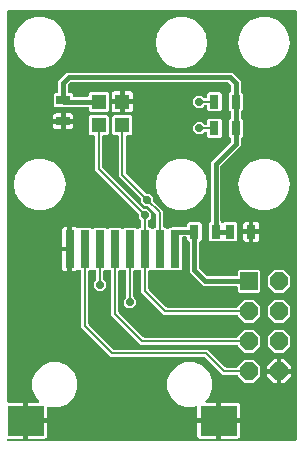
<source format=gbr>
G04 EAGLE Gerber RS-274X export*
G75*
%MOMM*%
%FSLAX34Y34*%
%LPD*%
%INTop Copper*%
%IPPOS*%
%AMOC8*
5,1,8,0,0,1.08239X$1,22.5*%
G01*
%ADD10R,1.200000X0.800000*%
%ADD11R,0.800000X1.200000*%
%ADD12R,0.800000X3.200000*%
%ADD13R,3.120000X2.540000*%
%ADD14R,1.524000X1.524000*%
%ADD15P,1.649562X8X292.500000*%
%ADD16R,1.300000X1.300000*%
%ADD17C,0.406400*%
%ADD18C,0.203200*%
%ADD19P,0.654629X8X22.500000*%

G36*
X246502Y2549D02*
X246502Y2549D01*
X246560Y2547D01*
X246642Y2569D01*
X246726Y2581D01*
X246779Y2604D01*
X246835Y2619D01*
X246908Y2662D01*
X246985Y2697D01*
X247030Y2735D01*
X247080Y2764D01*
X247138Y2826D01*
X247202Y2880D01*
X247234Y2929D01*
X247274Y2972D01*
X247313Y3047D01*
X247360Y3117D01*
X247377Y3173D01*
X247404Y3225D01*
X247415Y3293D01*
X247445Y3388D01*
X247448Y3488D01*
X247459Y3556D01*
X247459Y366444D01*
X247451Y366502D01*
X247453Y366560D01*
X247431Y366642D01*
X247419Y366726D01*
X247396Y366779D01*
X247381Y366835D01*
X247338Y366908D01*
X247303Y366985D01*
X247265Y367030D01*
X247236Y367080D01*
X247174Y367138D01*
X247120Y367202D01*
X247071Y367234D01*
X247028Y367274D01*
X246953Y367313D01*
X246883Y367360D01*
X246827Y367377D01*
X246775Y367404D01*
X246707Y367415D01*
X246612Y367445D01*
X246512Y367448D01*
X246444Y367459D01*
X3556Y367459D01*
X3498Y367451D01*
X3440Y367453D01*
X3358Y367431D01*
X3274Y367419D01*
X3221Y367396D01*
X3165Y367381D01*
X3092Y367338D01*
X3015Y367303D01*
X2970Y367265D01*
X2920Y367236D01*
X2862Y367174D01*
X2798Y367120D01*
X2766Y367071D01*
X2726Y367028D01*
X2687Y366953D01*
X2640Y366883D01*
X2623Y366827D01*
X2596Y366775D01*
X2585Y366707D01*
X2555Y366612D01*
X2552Y366512D01*
X2541Y366444D01*
X2541Y36256D01*
X2549Y36198D01*
X2547Y36140D01*
X2569Y36058D01*
X2581Y35974D01*
X2604Y35921D01*
X2619Y35865D01*
X2662Y35792D01*
X2697Y35715D01*
X2735Y35670D01*
X2764Y35620D01*
X2826Y35562D01*
X2880Y35498D01*
X2929Y35466D01*
X2972Y35426D01*
X3047Y35387D01*
X3117Y35340D01*
X3173Y35323D01*
X3225Y35296D01*
X3293Y35285D01*
X3388Y35255D01*
X3488Y35252D01*
X3556Y35241D01*
X16269Y35241D01*
X16269Y21016D01*
X16277Y20958D01*
X16275Y20900D01*
X16297Y20818D01*
X16309Y20735D01*
X16333Y20681D01*
X16347Y20625D01*
X16390Y20552D01*
X16425Y20475D01*
X16463Y20431D01*
X16493Y20380D01*
X16554Y20323D01*
X16609Y20258D01*
X16657Y20226D01*
X16700Y20186D01*
X16775Y20147D01*
X16845Y20101D01*
X16901Y20083D01*
X16953Y20056D01*
X17021Y20045D01*
X17116Y20015D01*
X17216Y20012D01*
X17284Y20001D01*
X18301Y20001D01*
X18301Y19999D01*
X17284Y19999D01*
X17226Y19991D01*
X17168Y19992D01*
X17086Y19971D01*
X17003Y19959D01*
X16949Y19935D01*
X16893Y19921D01*
X16820Y19878D01*
X16743Y19843D01*
X16698Y19805D01*
X16648Y19775D01*
X16590Y19714D01*
X16526Y19659D01*
X16494Y19611D01*
X16454Y19568D01*
X16415Y19493D01*
X16369Y19423D01*
X16351Y19367D01*
X16324Y19315D01*
X16313Y19247D01*
X16283Y19152D01*
X16280Y19052D01*
X16269Y18984D01*
X16269Y4759D01*
X3556Y4759D01*
X3498Y4751D01*
X3440Y4753D01*
X3358Y4731D01*
X3274Y4719D01*
X3221Y4696D01*
X3165Y4681D01*
X3092Y4638D01*
X3015Y4603D01*
X2970Y4565D01*
X2920Y4536D01*
X2862Y4474D01*
X2798Y4420D01*
X2766Y4371D01*
X2726Y4328D01*
X2687Y4253D01*
X2640Y4183D01*
X2623Y4127D01*
X2596Y4075D01*
X2585Y4007D01*
X2555Y3912D01*
X2552Y3812D01*
X2541Y3744D01*
X2541Y3556D01*
X2549Y3498D01*
X2547Y3440D01*
X2569Y3358D01*
X2581Y3274D01*
X2604Y3221D01*
X2619Y3165D01*
X2662Y3092D01*
X2697Y3015D01*
X2735Y2970D01*
X2764Y2920D01*
X2826Y2862D01*
X2880Y2798D01*
X2929Y2766D01*
X2972Y2726D01*
X3047Y2687D01*
X3117Y2640D01*
X3173Y2623D01*
X3225Y2596D01*
X3293Y2585D01*
X3388Y2555D01*
X3488Y2552D01*
X3556Y2541D01*
X246444Y2541D01*
X246502Y2549D01*
G37*
%LPC*%
G36*
X203302Y52247D02*
X203302Y52247D01*
X197639Y57909D01*
X197641Y57952D01*
X197619Y58034D01*
X197607Y58118D01*
X197584Y58171D01*
X197569Y58227D01*
X197526Y58300D01*
X197491Y58377D01*
X197453Y58422D01*
X197424Y58472D01*
X197362Y58530D01*
X197308Y58594D01*
X197259Y58626D01*
X197216Y58666D01*
X197141Y58705D01*
X197071Y58752D01*
X197015Y58769D01*
X196963Y58796D01*
X196895Y58807D01*
X196800Y58837D01*
X196700Y58840D01*
X196632Y58851D01*
X184837Y58851D01*
X170035Y73654D01*
X169965Y73706D01*
X169901Y73766D01*
X169851Y73792D01*
X169807Y73825D01*
X169726Y73856D01*
X169648Y73896D01*
X169600Y73904D01*
X169542Y73926D01*
X169394Y73938D01*
X169317Y73951D01*
X90054Y73951D01*
X87970Y76034D01*
X87970Y76035D01*
X67285Y96720D01*
X67284Y96721D01*
X65201Y98804D01*
X65201Y146152D01*
X65193Y146210D01*
X65195Y146268D01*
X65173Y146350D01*
X65161Y146434D01*
X65138Y146487D01*
X65123Y146543D01*
X65080Y146616D01*
X65045Y146693D01*
X65007Y146738D01*
X64978Y146788D01*
X64916Y146846D01*
X64862Y146910D01*
X64813Y146942D01*
X64770Y146982D01*
X64695Y147021D01*
X64625Y147068D01*
X64569Y147085D01*
X64517Y147112D01*
X64449Y147123D01*
X64354Y147153D01*
X64254Y147156D01*
X64186Y147167D01*
X63408Y147167D01*
X62977Y147598D01*
X62930Y147633D01*
X62890Y147676D01*
X62817Y147718D01*
X62750Y147769D01*
X62695Y147790D01*
X62645Y147820D01*
X62563Y147840D01*
X62484Y147870D01*
X62426Y147875D01*
X62369Y147890D01*
X62285Y147887D01*
X62201Y147894D01*
X62144Y147882D01*
X62085Y147881D01*
X62005Y147855D01*
X61922Y147838D01*
X61870Y147811D01*
X61815Y147793D01*
X61758Y147753D01*
X61670Y147707D01*
X61598Y147638D01*
X61541Y147598D01*
X61110Y147167D01*
X60531Y146832D01*
X59884Y146659D01*
X57549Y146659D01*
X57549Y164216D01*
X57541Y164274D01*
X57543Y164332D01*
X57521Y164414D01*
X57509Y164497D01*
X57486Y164551D01*
X57471Y164607D01*
X57428Y164680D01*
X57393Y164757D01*
X57355Y164801D01*
X57326Y164852D01*
X57264Y164909D01*
X57210Y164974D01*
X57161Y165006D01*
X57118Y165046D01*
X57043Y165085D01*
X56973Y165131D01*
X56917Y165149D01*
X56865Y165176D01*
X56797Y165187D01*
X56755Y165200D01*
X56816Y165209D01*
X56869Y165233D01*
X56925Y165247D01*
X56998Y165291D01*
X57075Y165325D01*
X57120Y165363D01*
X57170Y165393D01*
X57228Y165454D01*
X57292Y165509D01*
X57324Y165557D01*
X57364Y165600D01*
X57403Y165675D01*
X57450Y165745D01*
X57467Y165801D01*
X57494Y165853D01*
X57505Y165921D01*
X57535Y166016D01*
X57538Y166116D01*
X57549Y166184D01*
X57549Y183741D01*
X59884Y183741D01*
X60531Y183568D01*
X61110Y183233D01*
X61541Y182802D01*
X61588Y182767D01*
X61628Y182724D01*
X61701Y182682D01*
X61768Y182631D01*
X61823Y182610D01*
X61874Y182580D01*
X61955Y182560D01*
X62034Y182530D01*
X62093Y182525D01*
X62149Y182510D01*
X62233Y182513D01*
X62317Y182506D01*
X62375Y182518D01*
X62433Y182519D01*
X62514Y182545D01*
X62596Y182562D01*
X62648Y182589D01*
X62704Y182607D01*
X62760Y182647D01*
X62849Y182693D01*
X62921Y182762D01*
X62977Y182802D01*
X63408Y183233D01*
X73092Y183233D01*
X73882Y182443D01*
X73929Y182408D01*
X73969Y182365D01*
X74042Y182322D01*
X74109Y182272D01*
X74164Y182251D01*
X74214Y182221D01*
X74296Y182201D01*
X74375Y182170D01*
X74433Y182166D01*
X74490Y182151D01*
X74574Y182154D01*
X74658Y182147D01*
X74716Y182158D01*
X74774Y182160D01*
X74854Y182186D01*
X74937Y182203D01*
X74989Y182230D01*
X75045Y182248D01*
X75101Y182288D01*
X75189Y182334D01*
X75262Y182402D01*
X75318Y182443D01*
X76108Y183233D01*
X85792Y183233D01*
X86582Y182443D01*
X86629Y182408D01*
X86669Y182365D01*
X86742Y182322D01*
X86809Y182272D01*
X86864Y182251D01*
X86914Y182221D01*
X86996Y182201D01*
X87075Y182170D01*
X87133Y182166D01*
X87190Y182151D01*
X87274Y182154D01*
X87358Y182147D01*
X87416Y182158D01*
X87474Y182160D01*
X87554Y182186D01*
X87637Y182203D01*
X87689Y182230D01*
X87745Y182248D01*
X87801Y182288D01*
X87889Y182334D01*
X87962Y182402D01*
X88018Y182443D01*
X88808Y183233D01*
X98492Y183233D01*
X99282Y182443D01*
X99329Y182408D01*
X99369Y182365D01*
X99442Y182322D01*
X99509Y182272D01*
X99564Y182251D01*
X99614Y182221D01*
X99696Y182201D01*
X99775Y182170D01*
X99833Y182166D01*
X99890Y182151D01*
X99974Y182154D01*
X100058Y182147D01*
X100116Y182158D01*
X100174Y182160D01*
X100254Y182186D01*
X100337Y182203D01*
X100389Y182230D01*
X100445Y182248D01*
X100501Y182288D01*
X100589Y182334D01*
X100662Y182402D01*
X100718Y182443D01*
X101508Y183233D01*
X111192Y183233D01*
X111982Y182443D01*
X112029Y182408D01*
X112069Y182365D01*
X112142Y182322D01*
X112209Y182272D01*
X112264Y182251D01*
X112314Y182221D01*
X112396Y182201D01*
X112475Y182170D01*
X112533Y182166D01*
X112590Y182151D01*
X112674Y182154D01*
X112758Y182147D01*
X112816Y182158D01*
X112874Y182160D01*
X112954Y182186D01*
X113037Y182203D01*
X113089Y182230D01*
X113145Y182248D01*
X113201Y182288D01*
X113289Y182334D01*
X113362Y182402D01*
X113418Y182443D01*
X114208Y183233D01*
X114986Y183233D01*
X115044Y183241D01*
X115102Y183239D01*
X115184Y183261D01*
X115268Y183273D01*
X115321Y183296D01*
X115377Y183311D01*
X115450Y183354D01*
X115527Y183389D01*
X115572Y183427D01*
X115622Y183456D01*
X115680Y183518D01*
X115744Y183572D01*
X115776Y183621D01*
X115816Y183664D01*
X115855Y183739D01*
X115902Y183809D01*
X115919Y183865D01*
X115946Y183917D01*
X115957Y183985D01*
X115987Y184080D01*
X115990Y184180D01*
X116001Y184248D01*
X116001Y189427D01*
X115989Y189514D01*
X115986Y189601D01*
X115969Y189654D01*
X115961Y189708D01*
X115926Y189788D01*
X115899Y189871D01*
X115871Y189911D01*
X115845Y189968D01*
X115749Y190081D01*
X115704Y190145D01*
X113993Y191855D01*
X113993Y194275D01*
X113981Y194361D01*
X113978Y194449D01*
X113961Y194501D01*
X113953Y194556D01*
X113918Y194636D01*
X113891Y194719D01*
X113863Y194758D01*
X113837Y194816D01*
X113741Y194929D01*
X113696Y194993D01*
X76951Y231737D01*
X76951Y260452D01*
X76944Y260504D01*
X76945Y260531D01*
X76944Y260534D01*
X76945Y260568D01*
X76923Y260650D01*
X76911Y260734D01*
X76888Y260787D01*
X76873Y260843D01*
X76830Y260916D01*
X76795Y260993D01*
X76757Y261038D01*
X76728Y261088D01*
X76666Y261146D01*
X76612Y261210D01*
X76563Y261242D01*
X76520Y261282D01*
X76445Y261321D01*
X76375Y261368D01*
X76319Y261385D01*
X76267Y261412D01*
X76199Y261423D01*
X76104Y261453D01*
X76004Y261456D01*
X75936Y261467D01*
X72658Y261467D01*
X71467Y262658D01*
X71467Y277342D01*
X72658Y278533D01*
X87342Y278533D01*
X88533Y277342D01*
X88533Y262658D01*
X87342Y261467D01*
X84064Y261467D01*
X84006Y261459D01*
X83948Y261461D01*
X83866Y261439D01*
X83782Y261427D01*
X83729Y261404D01*
X83673Y261389D01*
X83600Y261346D01*
X83523Y261311D01*
X83478Y261273D01*
X83428Y261244D01*
X83370Y261182D01*
X83306Y261128D01*
X83274Y261079D01*
X83234Y261036D01*
X83195Y260961D01*
X83148Y260891D01*
X83131Y260835D01*
X83104Y260783D01*
X83093Y260715D01*
X83063Y260620D01*
X83060Y260520D01*
X83049Y260452D01*
X83049Y234683D01*
X83061Y234597D01*
X83064Y234509D01*
X83081Y234457D01*
X83089Y234402D01*
X83124Y234322D01*
X83151Y234239D01*
X83179Y234200D01*
X83205Y234142D01*
X83301Y234029D01*
X83346Y233965D01*
X118007Y199304D01*
X118077Y199252D01*
X118141Y199192D01*
X118191Y199166D01*
X118235Y199133D01*
X118316Y199102D01*
X118394Y199062D01*
X118442Y199054D01*
X118500Y199032D01*
X118648Y199020D01*
X118725Y199007D01*
X121145Y199007D01*
X124107Y196045D01*
X124107Y191855D01*
X122396Y190145D01*
X122344Y190075D01*
X122284Y190011D01*
X122258Y189962D01*
X122225Y189918D01*
X122194Y189836D01*
X122154Y189758D01*
X122146Y189710D01*
X122124Y189652D01*
X122112Y189504D01*
X122099Y189427D01*
X122099Y184248D01*
X122106Y184194D01*
X122105Y184154D01*
X122106Y184152D01*
X122105Y184132D01*
X122127Y184050D01*
X122139Y183966D01*
X122162Y183913D01*
X122177Y183857D01*
X122220Y183784D01*
X122255Y183707D01*
X122293Y183662D01*
X122322Y183612D01*
X122384Y183554D01*
X122438Y183490D01*
X122487Y183458D01*
X122530Y183418D01*
X122605Y183379D01*
X122675Y183332D01*
X122731Y183315D01*
X122783Y183288D01*
X122851Y183277D01*
X122946Y183247D01*
X123046Y183244D01*
X123114Y183233D01*
X123892Y183233D01*
X124682Y182443D01*
X124729Y182408D01*
X124769Y182365D01*
X124842Y182322D01*
X124909Y182272D01*
X124964Y182251D01*
X125014Y182221D01*
X125096Y182201D01*
X125175Y182170D01*
X125233Y182166D01*
X125290Y182151D01*
X125374Y182154D01*
X125458Y182147D01*
X125516Y182158D01*
X125574Y182160D01*
X125654Y182186D01*
X125737Y182203D01*
X125789Y182230D01*
X125845Y182248D01*
X125901Y182288D01*
X125989Y182334D01*
X126062Y182402D01*
X126118Y182443D01*
X126908Y183233D01*
X127686Y183233D01*
X127744Y183241D01*
X127802Y183239D01*
X127884Y183261D01*
X127968Y183273D01*
X128021Y183296D01*
X128077Y183311D01*
X128150Y183354D01*
X128227Y183389D01*
X128272Y183427D01*
X128322Y183456D01*
X128380Y183518D01*
X128444Y183572D01*
X128476Y183621D01*
X128516Y183664D01*
X128555Y183739D01*
X128602Y183809D01*
X128619Y183865D01*
X128646Y183917D01*
X128657Y183985D01*
X128687Y184080D01*
X128690Y184180D01*
X128701Y184248D01*
X128701Y194567D01*
X128689Y194653D01*
X128686Y194741D01*
X128669Y194793D01*
X128661Y194848D01*
X128626Y194928D01*
X128599Y195011D01*
X128571Y195050D01*
X128545Y195108D01*
X128449Y195221D01*
X128404Y195285D01*
X122043Y201646D01*
X121973Y201698D01*
X121909Y201758D01*
X121859Y201784D01*
X121815Y201817D01*
X121734Y201848D01*
X121656Y201888D01*
X121608Y201896D01*
X121550Y201918D01*
X121402Y201930D01*
X121325Y201943D01*
X118905Y201943D01*
X115943Y204905D01*
X115943Y207325D01*
X115931Y207411D01*
X115928Y207499D01*
X115911Y207551D01*
X115903Y207606D01*
X115868Y207686D01*
X115841Y207769D01*
X115813Y207808D01*
X115787Y207866D01*
X115691Y207979D01*
X115646Y208043D01*
X96951Y226737D01*
X96951Y260452D01*
X96944Y260504D01*
X96945Y260531D01*
X96944Y260534D01*
X96945Y260568D01*
X96923Y260650D01*
X96911Y260734D01*
X96888Y260787D01*
X96873Y260843D01*
X96830Y260916D01*
X96795Y260993D01*
X96757Y261038D01*
X96728Y261088D01*
X96666Y261146D01*
X96612Y261210D01*
X96563Y261242D01*
X96520Y261282D01*
X96445Y261321D01*
X96375Y261368D01*
X96319Y261385D01*
X96267Y261412D01*
X96199Y261423D01*
X96104Y261453D01*
X96004Y261456D01*
X95936Y261467D01*
X92658Y261467D01*
X91467Y262658D01*
X91467Y277342D01*
X92658Y278533D01*
X107342Y278533D01*
X108533Y277342D01*
X108533Y262658D01*
X107342Y261467D01*
X104064Y261467D01*
X104006Y261459D01*
X103948Y261461D01*
X103866Y261439D01*
X103782Y261427D01*
X103729Y261404D01*
X103673Y261389D01*
X103600Y261346D01*
X103523Y261311D01*
X103478Y261273D01*
X103428Y261244D01*
X103370Y261182D01*
X103306Y261128D01*
X103274Y261079D01*
X103234Y261036D01*
X103195Y260961D01*
X103148Y260891D01*
X103131Y260835D01*
X103104Y260783D01*
X103093Y260715D01*
X103063Y260620D01*
X103060Y260520D01*
X103049Y260452D01*
X103049Y229683D01*
X103061Y229597D01*
X103064Y229509D01*
X103081Y229457D01*
X103089Y229402D01*
X103124Y229322D01*
X103151Y229239D01*
X103179Y229200D01*
X103205Y229142D01*
X103301Y229029D01*
X103346Y228965D01*
X119957Y212354D01*
X120027Y212302D01*
X120091Y212242D01*
X120141Y212216D01*
X120185Y212183D01*
X120266Y212152D01*
X120344Y212112D01*
X120392Y212104D01*
X120450Y212082D01*
X120598Y212070D01*
X120675Y212057D01*
X123095Y212057D01*
X126057Y209095D01*
X126057Y206675D01*
X126069Y206589D01*
X126072Y206501D01*
X126089Y206449D01*
X126097Y206394D01*
X126132Y206314D01*
X126159Y206231D01*
X126187Y206192D01*
X126213Y206134D01*
X126309Y206021D01*
X126354Y205957D01*
X134799Y197513D01*
X134799Y184248D01*
X134806Y184194D01*
X134805Y184154D01*
X134806Y184152D01*
X134805Y184132D01*
X134827Y184050D01*
X134839Y183966D01*
X134862Y183913D01*
X134877Y183857D01*
X134920Y183784D01*
X134955Y183707D01*
X134993Y183662D01*
X135022Y183612D01*
X135084Y183554D01*
X135138Y183490D01*
X135187Y183458D01*
X135230Y183418D01*
X135305Y183379D01*
X135375Y183332D01*
X135431Y183315D01*
X135483Y183288D01*
X135551Y183277D01*
X135646Y183247D01*
X135746Y183244D01*
X135814Y183233D01*
X136592Y183233D01*
X137382Y182443D01*
X137429Y182408D01*
X137469Y182365D01*
X137542Y182322D01*
X137609Y182272D01*
X137664Y182251D01*
X137714Y182221D01*
X137796Y182201D01*
X137875Y182170D01*
X137933Y182166D01*
X137990Y182151D01*
X138074Y182154D01*
X138158Y182147D01*
X138216Y182158D01*
X138274Y182160D01*
X138354Y182186D01*
X138437Y182203D01*
X138489Y182230D01*
X138545Y182248D01*
X138601Y182288D01*
X138689Y182334D01*
X138762Y182402D01*
X138818Y182443D01*
X139608Y183233D01*
X141514Y183233D01*
X141600Y183245D01*
X141688Y183248D01*
X141741Y183265D01*
X141795Y183273D01*
X141875Y183308D01*
X141958Y183335D01*
X141998Y183363D01*
X142055Y183389D01*
X142168Y183485D01*
X142232Y183530D01*
X142766Y184065D01*
X153952Y184065D01*
X154010Y184073D01*
X154068Y184071D01*
X154150Y184093D01*
X154234Y184105D01*
X154287Y184128D01*
X154343Y184143D01*
X154416Y184186D01*
X154493Y184221D01*
X154538Y184259D01*
X154588Y184288D01*
X154646Y184350D01*
X154710Y184404D01*
X154742Y184453D01*
X154782Y184496D01*
X154821Y184571D01*
X154868Y184641D01*
X154885Y184697D01*
X154912Y184749D01*
X154923Y184817D01*
X154953Y184912D01*
X154956Y185012D01*
X154967Y185080D01*
X154967Y186842D01*
X156158Y188033D01*
X165842Y188033D01*
X167033Y186842D01*
X167033Y173158D01*
X165803Y171928D01*
X165798Y171927D01*
X165745Y171904D01*
X165689Y171889D01*
X165616Y171846D01*
X165539Y171811D01*
X165494Y171773D01*
X165444Y171744D01*
X165386Y171682D01*
X165322Y171628D01*
X165290Y171579D01*
X165250Y171536D01*
X165211Y171461D01*
X165164Y171391D01*
X165147Y171335D01*
X165120Y171283D01*
X165109Y171215D01*
X165079Y171120D01*
X165076Y171020D01*
X165065Y170952D01*
X165065Y149403D01*
X165077Y149316D01*
X165080Y149229D01*
X165097Y149176D01*
X165105Y149121D01*
X165140Y149041D01*
X165167Y148958D01*
X165195Y148919D01*
X165221Y148862D01*
X165317Y148748D01*
X165362Y148685D01*
X171585Y142462D01*
X171654Y142410D01*
X171718Y142350D01*
X171768Y142324D01*
X171812Y142291D01*
X171894Y142260D01*
X171971Y142220D01*
X172019Y142212D01*
X172078Y142190D01*
X172225Y142178D01*
X172303Y142165D01*
X196632Y142165D01*
X196690Y142173D01*
X196748Y142171D01*
X196830Y142193D01*
X196914Y142205D01*
X196967Y142228D01*
X197023Y142243D01*
X197096Y142286D01*
X197173Y142321D01*
X197218Y142359D01*
X197268Y142388D01*
X197326Y142450D01*
X197390Y142504D01*
X197422Y142553D01*
X197462Y142596D01*
X197501Y142671D01*
X197548Y142741D01*
X197565Y142797D01*
X197592Y142849D01*
X197603Y142917D01*
X197633Y143012D01*
X197636Y143112D01*
X197647Y143180D01*
X197647Y146562D01*
X198838Y147753D01*
X215762Y147753D01*
X216953Y146562D01*
X216953Y129638D01*
X215762Y128447D01*
X198838Y128447D01*
X197647Y129638D01*
X197647Y133020D01*
X197639Y133078D01*
X197641Y133136D01*
X197619Y133218D01*
X197607Y133302D01*
X197584Y133355D01*
X197569Y133411D01*
X197526Y133484D01*
X197491Y133561D01*
X197453Y133606D01*
X197424Y133656D01*
X197362Y133714D01*
X197308Y133778D01*
X197259Y133810D01*
X197216Y133850D01*
X197141Y133889D01*
X197071Y133936D01*
X197015Y133953D01*
X196963Y133980D01*
X196895Y133991D01*
X196800Y134021D01*
X196700Y134024D01*
X196632Y134035D01*
X168515Y134035D01*
X156935Y145615D01*
X156935Y170952D01*
X156927Y171010D01*
X156929Y171068D01*
X156907Y171150D01*
X156895Y171234D01*
X156872Y171287D01*
X156857Y171343D01*
X156814Y171416D01*
X156779Y171493D01*
X156741Y171538D01*
X156712Y171588D01*
X156650Y171646D01*
X156596Y171710D01*
X156547Y171742D01*
X156504Y171782D01*
X156429Y171821D01*
X156359Y171868D01*
X156303Y171885D01*
X156251Y171912D01*
X156206Y171919D01*
X154967Y173158D01*
X154967Y174920D01*
X154959Y174978D01*
X154961Y175036D01*
X154939Y175118D01*
X154927Y175202D01*
X154904Y175255D01*
X154889Y175311D01*
X154846Y175384D01*
X154811Y175461D01*
X154773Y175506D01*
X154744Y175556D01*
X154682Y175614D01*
X154628Y175678D01*
X154579Y175710D01*
X154536Y175750D01*
X154461Y175789D01*
X154391Y175836D01*
X154335Y175853D01*
X154283Y175880D01*
X154215Y175891D01*
X154120Y175921D01*
X154020Y175924D01*
X153952Y175935D01*
X151498Y175935D01*
X151440Y175927D01*
X151382Y175929D01*
X151300Y175907D01*
X151216Y175895D01*
X151163Y175872D01*
X151107Y175857D01*
X151034Y175814D01*
X150957Y175779D01*
X150912Y175741D01*
X150862Y175712D01*
X150804Y175650D01*
X150740Y175596D01*
X150708Y175547D01*
X150668Y175504D01*
X150629Y175429D01*
X150582Y175359D01*
X150565Y175303D01*
X150538Y175251D01*
X150527Y175183D01*
X150497Y175088D01*
X150494Y174988D01*
X150483Y174920D01*
X150483Y148358D01*
X149292Y147167D01*
X139608Y147167D01*
X138818Y147957D01*
X138771Y147993D01*
X138731Y148035D01*
X138658Y148078D01*
X138591Y148128D01*
X138536Y148149D01*
X138486Y148179D01*
X138404Y148199D01*
X138325Y148230D01*
X138267Y148234D01*
X138210Y148249D01*
X138126Y148246D01*
X138042Y148253D01*
X137984Y148242D01*
X137926Y148240D01*
X137846Y148214D01*
X137763Y148197D01*
X137711Y148170D01*
X137655Y148152D01*
X137599Y148112D01*
X137511Y148066D01*
X137438Y147997D01*
X137382Y147957D01*
X136592Y147167D01*
X126908Y147167D01*
X126118Y147957D01*
X126071Y147993D01*
X126031Y148035D01*
X125958Y148078D01*
X125891Y148128D01*
X125836Y148149D01*
X125786Y148179D01*
X125704Y148199D01*
X125625Y148230D01*
X125567Y148234D01*
X125510Y148249D01*
X125426Y148246D01*
X125342Y148253D01*
X125284Y148242D01*
X125226Y148240D01*
X125146Y148214D01*
X125063Y148197D01*
X125011Y148170D01*
X124955Y148152D01*
X124899Y148112D01*
X124811Y148066D01*
X124738Y147997D01*
X124682Y147957D01*
X123892Y147167D01*
X123114Y147167D01*
X123056Y147159D01*
X122998Y147161D01*
X122916Y147139D01*
X122832Y147127D01*
X122779Y147104D01*
X122723Y147089D01*
X122650Y147046D01*
X122573Y147011D01*
X122528Y146973D01*
X122478Y146944D01*
X122420Y146882D01*
X122356Y146828D01*
X122324Y146779D01*
X122284Y146736D01*
X122245Y146661D01*
X122198Y146591D01*
X122181Y146535D01*
X122154Y146483D01*
X122143Y146415D01*
X122113Y146320D01*
X122110Y146220D01*
X122099Y146152D01*
X122099Y131709D01*
X122111Y131623D01*
X122114Y131535D01*
X122131Y131483D01*
X122139Y131428D01*
X122174Y131348D01*
X122201Y131265D01*
X122229Y131226D01*
X122255Y131169D01*
X122351Y131055D01*
X122396Y130992D01*
X137342Y116046D01*
X137411Y115994D01*
X137475Y115934D01*
X137525Y115908D01*
X137569Y115875D01*
X137650Y115844D01*
X137728Y115804D01*
X137776Y115796D01*
X137834Y115774D01*
X137982Y115762D01*
X138059Y115749D01*
X196632Y115749D01*
X196690Y115757D01*
X196748Y115755D01*
X196830Y115777D01*
X196914Y115789D01*
X196967Y115812D01*
X197023Y115827D01*
X197096Y115870D01*
X197173Y115905D01*
X197218Y115943D01*
X197268Y115972D01*
X197326Y116034D01*
X197390Y116088D01*
X197422Y116137D01*
X197462Y116180D01*
X197501Y116255D01*
X197548Y116325D01*
X197565Y116381D01*
X197592Y116433D01*
X197603Y116501D01*
X197633Y116596D01*
X197636Y116687D01*
X203302Y122353D01*
X211298Y122353D01*
X216953Y116698D01*
X216953Y108702D01*
X211298Y103047D01*
X203302Y103047D01*
X197639Y108709D01*
X197641Y108752D01*
X197619Y108834D01*
X197607Y108918D01*
X197584Y108971D01*
X197569Y109027D01*
X197526Y109100D01*
X197491Y109177D01*
X197453Y109222D01*
X197424Y109272D01*
X197362Y109330D01*
X197308Y109394D01*
X197259Y109426D01*
X197216Y109466D01*
X197141Y109505D01*
X197071Y109552D01*
X197015Y109569D01*
X196963Y109596D01*
X196895Y109607D01*
X196800Y109637D01*
X196700Y109640D01*
X196632Y109651D01*
X135113Y109651D01*
X116001Y128763D01*
X116001Y146152D01*
X115993Y146210D01*
X115995Y146268D01*
X115973Y146350D01*
X115961Y146434D01*
X115938Y146487D01*
X115923Y146543D01*
X115880Y146616D01*
X115845Y146693D01*
X115807Y146738D01*
X115778Y146788D01*
X115716Y146846D01*
X115662Y146910D01*
X115613Y146942D01*
X115570Y146982D01*
X115495Y147021D01*
X115425Y147068D01*
X115369Y147085D01*
X115317Y147112D01*
X115249Y147123D01*
X115154Y147153D01*
X115054Y147156D01*
X114986Y147167D01*
X114208Y147167D01*
X113418Y147957D01*
X113371Y147993D01*
X113331Y148035D01*
X113258Y148078D01*
X113191Y148128D01*
X113136Y148149D01*
X113086Y148179D01*
X113004Y148199D01*
X112925Y148230D01*
X112867Y148234D01*
X112810Y148249D01*
X112726Y148246D01*
X112642Y148253D01*
X112584Y148242D01*
X112526Y148240D01*
X112446Y148214D01*
X112363Y148197D01*
X112311Y148170D01*
X112255Y148152D01*
X112199Y148112D01*
X112111Y148066D01*
X112038Y147997D01*
X111982Y147957D01*
X111192Y147167D01*
X110414Y147167D01*
X110356Y147159D01*
X110298Y147161D01*
X110216Y147139D01*
X110132Y147127D01*
X110079Y147104D01*
X110023Y147089D01*
X109950Y147046D01*
X109873Y147011D01*
X109828Y146973D01*
X109778Y146944D01*
X109720Y146882D01*
X109656Y146828D01*
X109624Y146779D01*
X109584Y146736D01*
X109545Y146661D01*
X109498Y146591D01*
X109481Y146535D01*
X109454Y146483D01*
X109443Y146415D01*
X109413Y146320D01*
X109410Y146220D01*
X109399Y146152D01*
X109399Y124853D01*
X109411Y124767D01*
X109414Y124679D01*
X109431Y124627D01*
X109439Y124572D01*
X109474Y124492D01*
X109501Y124409D01*
X109529Y124370D01*
X109555Y124312D01*
X109651Y124199D01*
X109696Y124136D01*
X111407Y122425D01*
X111407Y118236D01*
X108445Y115274D01*
X104255Y115274D01*
X101293Y118236D01*
X101293Y122425D01*
X103004Y124136D01*
X103056Y124205D01*
X103116Y124269D01*
X103142Y124319D01*
X103175Y124363D01*
X103206Y124444D01*
X103246Y124522D01*
X103254Y124570D01*
X103276Y124628D01*
X103288Y124776D01*
X103301Y124853D01*
X103301Y146152D01*
X103293Y146210D01*
X103295Y146268D01*
X103273Y146350D01*
X103261Y146434D01*
X103238Y146487D01*
X103223Y146543D01*
X103180Y146616D01*
X103145Y146693D01*
X103107Y146738D01*
X103078Y146788D01*
X103016Y146846D01*
X102962Y146910D01*
X102913Y146942D01*
X102870Y146982D01*
X102795Y147021D01*
X102725Y147068D01*
X102669Y147085D01*
X102617Y147112D01*
X102549Y147123D01*
X102454Y147153D01*
X102354Y147156D01*
X102286Y147167D01*
X101508Y147167D01*
X100718Y147957D01*
X100671Y147993D01*
X100631Y148035D01*
X100558Y148078D01*
X100491Y148128D01*
X100436Y148149D01*
X100386Y148179D01*
X100304Y148199D01*
X100225Y148230D01*
X100167Y148234D01*
X100110Y148249D01*
X100026Y148246D01*
X99942Y148253D01*
X99884Y148242D01*
X99826Y148240D01*
X99746Y148214D01*
X99663Y148197D01*
X99611Y148170D01*
X99555Y148152D01*
X99499Y148112D01*
X99411Y148066D01*
X99338Y147997D01*
X99282Y147957D01*
X98492Y147167D01*
X97714Y147167D01*
X97656Y147159D01*
X97598Y147161D01*
X97516Y147139D01*
X97432Y147127D01*
X97379Y147104D01*
X97323Y147089D01*
X97250Y147046D01*
X97173Y147011D01*
X97128Y146973D01*
X97078Y146944D01*
X97020Y146882D01*
X96956Y146828D01*
X96924Y146779D01*
X96884Y146736D01*
X96845Y146661D01*
X96798Y146591D01*
X96781Y146535D01*
X96754Y146483D01*
X96743Y146415D01*
X96713Y146320D01*
X96710Y146220D01*
X96699Y146152D01*
X96699Y111975D01*
X96711Y111888D01*
X96714Y111801D01*
X96731Y111748D01*
X96739Y111693D01*
X96774Y111614D01*
X96801Y111530D01*
X96829Y111491D01*
X96855Y111434D01*
X96951Y111321D01*
X96996Y111257D01*
X117607Y90646D01*
X117677Y90594D01*
X117741Y90534D01*
X117790Y90508D01*
X117834Y90475D01*
X117916Y90444D01*
X117994Y90404D01*
X118041Y90396D01*
X118100Y90374D01*
X118248Y90362D01*
X118325Y90349D01*
X196632Y90349D01*
X196690Y90357D01*
X196748Y90355D01*
X196830Y90377D01*
X196914Y90389D01*
X196967Y90412D01*
X197023Y90427D01*
X197096Y90470D01*
X197173Y90505D01*
X197218Y90543D01*
X197268Y90572D01*
X197326Y90634D01*
X197390Y90688D01*
X197422Y90737D01*
X197462Y90780D01*
X197501Y90855D01*
X197548Y90925D01*
X197565Y90981D01*
X197592Y91033D01*
X197603Y91101D01*
X197633Y91196D01*
X197636Y91287D01*
X203302Y96953D01*
X211298Y96953D01*
X216953Y91298D01*
X216953Y83302D01*
X211298Y77647D01*
X203302Y77647D01*
X197639Y83309D01*
X197641Y83352D01*
X197619Y83434D01*
X197607Y83518D01*
X197584Y83571D01*
X197569Y83627D01*
X197526Y83700D01*
X197491Y83777D01*
X197453Y83822D01*
X197424Y83872D01*
X197362Y83930D01*
X197308Y83994D01*
X197259Y84026D01*
X197216Y84066D01*
X197141Y84105D01*
X197071Y84152D01*
X197015Y84169D01*
X196963Y84196D01*
X196895Y84207D01*
X196800Y84237D01*
X196700Y84240D01*
X196632Y84251D01*
X115379Y84251D01*
X113296Y86334D01*
X113295Y86335D01*
X92685Y106945D01*
X92684Y106946D01*
X90601Y109029D01*
X90601Y146152D01*
X90593Y146210D01*
X90595Y146268D01*
X90573Y146350D01*
X90561Y146434D01*
X90538Y146487D01*
X90523Y146543D01*
X90480Y146616D01*
X90445Y146693D01*
X90407Y146738D01*
X90378Y146788D01*
X90316Y146846D01*
X90262Y146910D01*
X90213Y146942D01*
X90170Y146982D01*
X90095Y147021D01*
X90025Y147068D01*
X89969Y147085D01*
X89917Y147112D01*
X89849Y147123D01*
X89754Y147153D01*
X89654Y147156D01*
X89586Y147167D01*
X88808Y147167D01*
X88018Y147957D01*
X87971Y147993D01*
X87931Y148035D01*
X87858Y148078D01*
X87791Y148128D01*
X87736Y148149D01*
X87686Y148179D01*
X87604Y148199D01*
X87525Y148230D01*
X87467Y148234D01*
X87410Y148249D01*
X87326Y148246D01*
X87242Y148253D01*
X87184Y148242D01*
X87126Y148240D01*
X87046Y148214D01*
X86963Y148197D01*
X86911Y148170D01*
X86855Y148152D01*
X86799Y148112D01*
X86711Y148066D01*
X86638Y147997D01*
X86582Y147957D01*
X85792Y147167D01*
X85014Y147167D01*
X84956Y147159D01*
X84898Y147161D01*
X84816Y147139D01*
X84732Y147127D01*
X84679Y147104D01*
X84623Y147089D01*
X84550Y147046D01*
X84473Y147011D01*
X84428Y146973D01*
X84378Y146944D01*
X84320Y146882D01*
X84256Y146828D01*
X84224Y146779D01*
X84184Y146736D01*
X84145Y146661D01*
X84098Y146591D01*
X84081Y146535D01*
X84054Y146483D01*
X84043Y146415D01*
X84013Y146320D01*
X84010Y146220D01*
X83999Y146152D01*
X83999Y139523D01*
X84011Y139436D01*
X84014Y139349D01*
X84031Y139296D01*
X84039Y139242D01*
X84074Y139162D01*
X84101Y139079D01*
X84129Y139039D01*
X84155Y138982D01*
X84251Y138869D01*
X84296Y138805D01*
X86007Y137095D01*
X86007Y132905D01*
X83045Y129943D01*
X78855Y129943D01*
X75893Y132905D01*
X75893Y137095D01*
X77604Y138805D01*
X77656Y138875D01*
X77716Y138939D01*
X77742Y138988D01*
X77775Y139032D01*
X77806Y139114D01*
X77846Y139192D01*
X77854Y139240D01*
X77876Y139298D01*
X77887Y139431D01*
X77887Y139432D01*
X77887Y139435D01*
X77888Y139446D01*
X77901Y139523D01*
X77901Y146152D01*
X77893Y146210D01*
X77895Y146268D01*
X77873Y146350D01*
X77861Y146434D01*
X77838Y146487D01*
X77823Y146543D01*
X77780Y146616D01*
X77745Y146693D01*
X77707Y146738D01*
X77678Y146788D01*
X77616Y146846D01*
X77562Y146910D01*
X77513Y146942D01*
X77470Y146982D01*
X77395Y147021D01*
X77325Y147068D01*
X77269Y147085D01*
X77217Y147112D01*
X77149Y147123D01*
X77054Y147153D01*
X76954Y147156D01*
X76886Y147167D01*
X76108Y147167D01*
X75318Y147957D01*
X75271Y147993D01*
X75231Y148035D01*
X75158Y148078D01*
X75091Y148128D01*
X75036Y148149D01*
X74986Y148179D01*
X74904Y148199D01*
X74825Y148230D01*
X74767Y148234D01*
X74710Y148249D01*
X74626Y148246D01*
X74542Y148253D01*
X74484Y148242D01*
X74426Y148240D01*
X74346Y148214D01*
X74263Y148197D01*
X74211Y148170D01*
X74155Y148152D01*
X74099Y148112D01*
X74011Y148066D01*
X73938Y147997D01*
X73882Y147957D01*
X73092Y147167D01*
X72314Y147167D01*
X72256Y147159D01*
X72198Y147161D01*
X72116Y147139D01*
X72032Y147127D01*
X71979Y147104D01*
X71923Y147089D01*
X71850Y147046D01*
X71773Y147011D01*
X71728Y146973D01*
X71678Y146944D01*
X71620Y146882D01*
X71556Y146828D01*
X71524Y146779D01*
X71484Y146736D01*
X71445Y146661D01*
X71398Y146591D01*
X71381Y146535D01*
X71354Y146483D01*
X71343Y146415D01*
X71313Y146320D01*
X71310Y146220D01*
X71299Y146152D01*
X71299Y101750D01*
X71311Y101663D01*
X71314Y101576D01*
X71331Y101523D01*
X71339Y101468D01*
X71374Y101388D01*
X71401Y101305D01*
X71429Y101266D01*
X71455Y101209D01*
X71551Y101096D01*
X71596Y101032D01*
X92282Y80346D01*
X92352Y80294D01*
X92416Y80234D01*
X92465Y80208D01*
X92509Y80175D01*
X92591Y80144D01*
X92669Y80104D01*
X92716Y80096D01*
X92775Y80074D01*
X92922Y80062D01*
X93000Y80049D01*
X172263Y80049D01*
X187065Y65246D01*
X187135Y65194D01*
X187199Y65134D01*
X187249Y65108D01*
X187293Y65075D01*
X187374Y65044D01*
X187452Y65004D01*
X187500Y64996D01*
X187558Y64974D01*
X187706Y64962D01*
X187783Y64949D01*
X196632Y64949D01*
X196690Y64957D01*
X196748Y64955D01*
X196830Y64977D01*
X196914Y64989D01*
X196967Y65012D01*
X197023Y65027D01*
X197096Y65070D01*
X197173Y65105D01*
X197218Y65143D01*
X197268Y65172D01*
X197326Y65234D01*
X197390Y65288D01*
X197422Y65337D01*
X197462Y65380D01*
X197501Y65455D01*
X197548Y65525D01*
X197565Y65581D01*
X197592Y65633D01*
X197603Y65701D01*
X197633Y65796D01*
X197636Y65887D01*
X203302Y71553D01*
X211298Y71553D01*
X216953Y65898D01*
X216953Y57902D01*
X211298Y52247D01*
X203302Y52247D01*
G37*
%LPD*%
%LPC*%
G36*
X174158Y171967D02*
X174158Y171967D01*
X172967Y173158D01*
X172967Y186842D01*
X174197Y188072D01*
X174202Y188073D01*
X174255Y188096D01*
X174311Y188111D01*
X174384Y188154D01*
X174461Y188189D01*
X174506Y188227D01*
X174556Y188256D01*
X174614Y188318D01*
X174678Y188372D01*
X174710Y188421D01*
X174750Y188464D01*
X174789Y188539D01*
X174836Y188609D01*
X174853Y188665D01*
X174880Y188717D01*
X174891Y188785D01*
X174921Y188880D01*
X174924Y188980D01*
X174935Y189048D01*
X174935Y238807D01*
X177614Y241485D01*
X191638Y255509D01*
X191690Y255579D01*
X191750Y255643D01*
X191776Y255692D01*
X191809Y255737D01*
X191840Y255818D01*
X191880Y255896D01*
X191888Y255944D01*
X191910Y256002D01*
X191922Y256150D01*
X191935Y256227D01*
X191935Y258452D01*
X191929Y258499D01*
X191929Y258500D01*
X191928Y258501D01*
X191927Y258510D01*
X191929Y258568D01*
X191907Y258650D01*
X191895Y258734D01*
X191872Y258787D01*
X191857Y258843D01*
X191814Y258916D01*
X191779Y258993D01*
X191741Y259038D01*
X191712Y259088D01*
X191650Y259146D01*
X191596Y259210D01*
X191547Y259242D01*
X191504Y259282D01*
X191429Y259321D01*
X191359Y259368D01*
X191303Y259385D01*
X191251Y259412D01*
X191206Y259419D01*
X189967Y260658D01*
X189967Y274342D01*
X191197Y275572D01*
X191202Y275573D01*
X191255Y275596D01*
X191311Y275611D01*
X191384Y275654D01*
X191461Y275689D01*
X191506Y275727D01*
X191556Y275756D01*
X191614Y275818D01*
X191678Y275872D01*
X191710Y275921D01*
X191750Y275964D01*
X191789Y276039D01*
X191836Y276109D01*
X191853Y276165D01*
X191880Y276217D01*
X191891Y276285D01*
X191921Y276380D01*
X191924Y276480D01*
X191935Y276548D01*
X191935Y280952D01*
X191927Y281010D01*
X191929Y281068D01*
X191907Y281150D01*
X191895Y281234D01*
X191872Y281287D01*
X191857Y281343D01*
X191814Y281416D01*
X191779Y281493D01*
X191741Y281538D01*
X191712Y281588D01*
X191650Y281646D01*
X191596Y281710D01*
X191547Y281742D01*
X191504Y281782D01*
X191429Y281821D01*
X191359Y281868D01*
X191303Y281885D01*
X191251Y281912D01*
X191206Y281919D01*
X189967Y283158D01*
X189967Y296842D01*
X191197Y298072D01*
X191202Y298073D01*
X191255Y298096D01*
X191311Y298111D01*
X191384Y298154D01*
X191461Y298189D01*
X191506Y298227D01*
X191556Y298256D01*
X191614Y298318D01*
X191678Y298372D01*
X191710Y298421D01*
X191750Y298464D01*
X191789Y298539D01*
X191836Y298609D01*
X191853Y298665D01*
X191880Y298717D01*
X191891Y298785D01*
X191921Y298880D01*
X191924Y298980D01*
X191935Y299048D01*
X191935Y303396D01*
X191923Y303482D01*
X191920Y303570D01*
X191903Y303622D01*
X191895Y303677D01*
X191860Y303757D01*
X191833Y303840D01*
X191805Y303880D01*
X191779Y303937D01*
X191683Y304050D01*
X191638Y304114D01*
X189614Y306138D01*
X189544Y306190D01*
X189480Y306250D01*
X189431Y306276D01*
X189386Y306309D01*
X189305Y306340D01*
X189227Y306380D01*
X189179Y306388D01*
X189121Y306410D01*
X188973Y306422D01*
X188896Y306435D01*
X56640Y306435D01*
X56553Y306423D01*
X56466Y306420D01*
X56413Y306403D01*
X56358Y306395D01*
X56278Y306360D01*
X56195Y306333D01*
X56156Y306305D01*
X56099Y306279D01*
X55986Y306183D01*
X55922Y306138D01*
X54362Y304578D01*
X54310Y304508D01*
X54250Y304444D01*
X54224Y304395D01*
X54191Y304351D01*
X54160Y304269D01*
X54120Y304191D01*
X54112Y304144D01*
X54090Y304085D01*
X54078Y303938D01*
X54065Y303860D01*
X54065Y298548D01*
X54073Y298490D01*
X54071Y298432D01*
X54093Y298350D01*
X54105Y298266D01*
X54128Y298213D01*
X54143Y298157D01*
X54186Y298084D01*
X54221Y298007D01*
X54259Y297962D01*
X54288Y297912D01*
X54350Y297854D01*
X54404Y297790D01*
X54453Y297758D01*
X54496Y297718D01*
X54571Y297679D01*
X54641Y297632D01*
X54697Y297615D01*
X54749Y297588D01*
X54817Y297577D01*
X54912Y297547D01*
X55012Y297544D01*
X55080Y297533D01*
X56842Y297533D01*
X58033Y296342D01*
X58033Y295080D01*
X58041Y295022D01*
X58039Y294964D01*
X58061Y294882D01*
X58073Y294798D01*
X58096Y294745D01*
X58111Y294689D01*
X58154Y294616D01*
X58189Y294539D01*
X58227Y294494D01*
X58256Y294444D01*
X58318Y294386D01*
X58372Y294322D01*
X58421Y294290D01*
X58464Y294250D01*
X58539Y294211D01*
X58609Y294164D01*
X58665Y294147D01*
X58717Y294120D01*
X58785Y294109D01*
X58880Y294079D01*
X58980Y294076D01*
X59048Y294065D01*
X70452Y294065D01*
X70510Y294073D01*
X70568Y294071D01*
X70650Y294093D01*
X70734Y294105D01*
X70787Y294128D01*
X70843Y294143D01*
X70916Y294186D01*
X70993Y294221D01*
X71038Y294259D01*
X71088Y294288D01*
X71146Y294350D01*
X71210Y294404D01*
X71242Y294453D01*
X71282Y294496D01*
X71321Y294571D01*
X71368Y294641D01*
X71385Y294697D01*
X71412Y294749D01*
X71423Y294817D01*
X71453Y294912D01*
X71456Y295012D01*
X71467Y295080D01*
X71467Y297342D01*
X72658Y298533D01*
X87342Y298533D01*
X88533Y297342D01*
X88533Y282658D01*
X87342Y281467D01*
X72658Y281467D01*
X71467Y282658D01*
X71467Y284920D01*
X71459Y284978D01*
X71461Y285036D01*
X71439Y285118D01*
X71427Y285202D01*
X71404Y285255D01*
X71389Y285311D01*
X71346Y285384D01*
X71311Y285461D01*
X71273Y285506D01*
X71244Y285556D01*
X71182Y285614D01*
X71128Y285678D01*
X71079Y285710D01*
X71036Y285750D01*
X70961Y285789D01*
X70891Y285836D01*
X70835Y285853D01*
X70783Y285880D01*
X70715Y285891D01*
X70620Y285921D01*
X70520Y285924D01*
X70452Y285935D01*
X57730Y285935D01*
X57644Y285923D01*
X57556Y285920D01*
X57504Y285903D01*
X57449Y285895D01*
X57369Y285860D01*
X57286Y285833D01*
X57247Y285805D01*
X57190Y285779D01*
X57076Y285683D01*
X57013Y285638D01*
X56842Y285467D01*
X43158Y285467D01*
X41967Y286658D01*
X41967Y296342D01*
X43158Y297533D01*
X44920Y297533D01*
X44978Y297541D01*
X45036Y297539D01*
X45118Y297561D01*
X45202Y297573D01*
X45255Y297596D01*
X45311Y297611D01*
X45384Y297654D01*
X45461Y297689D01*
X45506Y297727D01*
X45556Y297756D01*
X45614Y297818D01*
X45678Y297872D01*
X45710Y297921D01*
X45750Y297964D01*
X45789Y298039D01*
X45836Y298109D01*
X45853Y298165D01*
X45880Y298217D01*
X45891Y298285D01*
X45921Y298380D01*
X45924Y298480D01*
X45935Y298548D01*
X45935Y307648D01*
X52852Y314565D01*
X192684Y314565D01*
X200065Y307184D01*
X200065Y299048D01*
X200073Y298990D01*
X200071Y298932D01*
X200093Y298850D01*
X200105Y298766D01*
X200128Y298713D01*
X200143Y298657D01*
X200186Y298584D01*
X200221Y298507D01*
X200259Y298462D01*
X200288Y298412D01*
X200350Y298354D01*
X200404Y298290D01*
X200453Y298258D01*
X200496Y298218D01*
X200571Y298179D01*
X200641Y298132D01*
X200697Y298115D01*
X200749Y298088D01*
X200794Y298081D01*
X202033Y296842D01*
X202033Y283158D01*
X200803Y281928D01*
X200798Y281927D01*
X200745Y281904D01*
X200689Y281889D01*
X200616Y281846D01*
X200539Y281811D01*
X200494Y281773D01*
X200444Y281744D01*
X200386Y281682D01*
X200322Y281628D01*
X200290Y281579D01*
X200250Y281536D01*
X200211Y281461D01*
X200164Y281391D01*
X200147Y281335D01*
X200120Y281283D01*
X200109Y281215D01*
X200079Y281120D01*
X200076Y281020D01*
X200065Y280952D01*
X200065Y276548D01*
X200073Y276490D01*
X200071Y276432D01*
X200093Y276350D01*
X200105Y276266D01*
X200128Y276213D01*
X200143Y276157D01*
X200186Y276084D01*
X200221Y276007D01*
X200259Y275962D01*
X200288Y275912D01*
X200350Y275854D01*
X200404Y275790D01*
X200453Y275758D01*
X200496Y275718D01*
X200571Y275679D01*
X200641Y275632D01*
X200697Y275615D01*
X200749Y275588D01*
X200794Y275581D01*
X202033Y274342D01*
X202033Y260658D01*
X200803Y259428D01*
X200798Y259427D01*
X200745Y259404D01*
X200689Y259389D01*
X200616Y259346D01*
X200539Y259311D01*
X200494Y259273D01*
X200444Y259244D01*
X200386Y259182D01*
X200322Y259128D01*
X200290Y259079D01*
X200250Y259036D01*
X200211Y258961D01*
X200164Y258891D01*
X200147Y258835D01*
X200120Y258783D01*
X200109Y258715D01*
X200079Y258620D01*
X200076Y258520D01*
X200065Y258452D01*
X200065Y252439D01*
X197386Y249761D01*
X183362Y235737D01*
X183349Y235719D01*
X183336Y235708D01*
X183306Y235663D01*
X183250Y235603D01*
X183224Y235554D01*
X183191Y235510D01*
X183160Y235428D01*
X183120Y235350D01*
X183112Y235302D01*
X183090Y235244D01*
X183078Y235096D01*
X183065Y235019D01*
X183065Y189048D01*
X183073Y188990D01*
X183071Y188932D01*
X183093Y188850D01*
X183105Y188766D01*
X183128Y188713D01*
X183143Y188657D01*
X183186Y188584D01*
X183221Y188507D01*
X183259Y188462D01*
X183288Y188412D01*
X183350Y188354D01*
X183404Y188290D01*
X183453Y188258D01*
X183496Y188218D01*
X183571Y188179D01*
X183641Y188132D01*
X183697Y188115D01*
X183749Y188088D01*
X183794Y188081D01*
X184282Y187593D01*
X184329Y187558D01*
X184369Y187515D01*
X184442Y187472D01*
X184509Y187422D01*
X184564Y187401D01*
X184614Y187371D01*
X184696Y187350D01*
X184775Y187320D01*
X184833Y187316D01*
X184890Y187301D01*
X184974Y187304D01*
X185058Y187297D01*
X185116Y187308D01*
X185174Y187310D01*
X185254Y187336D01*
X185337Y187353D01*
X185389Y187380D01*
X185445Y187398D01*
X185501Y187438D01*
X185589Y187484D01*
X185662Y187552D01*
X185718Y187593D01*
X186158Y188033D01*
X195842Y188033D01*
X197033Y186842D01*
X197033Y173158D01*
X195842Y171967D01*
X186158Y171967D01*
X185718Y172407D01*
X185671Y172443D01*
X185631Y172485D01*
X185558Y172528D01*
X185491Y172578D01*
X185436Y172599D01*
X185386Y172629D01*
X185304Y172649D01*
X185225Y172680D01*
X185167Y172684D01*
X185110Y172699D01*
X185026Y172696D01*
X184942Y172703D01*
X184884Y172692D01*
X184826Y172690D01*
X184746Y172664D01*
X184663Y172647D01*
X184611Y172620D01*
X184555Y172602D01*
X184499Y172562D01*
X184411Y172516D01*
X184338Y172447D01*
X184282Y172407D01*
X183842Y171967D01*
X174158Y171967D01*
G37*
%LPD*%
%LPC*%
G36*
X26193Y198409D02*
X26193Y198409D01*
X19038Y201013D01*
X13205Y205908D01*
X9398Y212502D01*
X8076Y220000D01*
X9398Y227498D01*
X13205Y234092D01*
X19038Y238987D01*
X26193Y241591D01*
X33807Y241591D01*
X40962Y238987D01*
X46795Y234092D01*
X50602Y227498D01*
X51924Y220000D01*
X50602Y212502D01*
X46795Y205908D01*
X40962Y201013D01*
X33807Y198409D01*
X26193Y198409D01*
G37*
%LPD*%
%LPC*%
G36*
X146193Y318409D02*
X146193Y318409D01*
X139038Y321013D01*
X133205Y325908D01*
X129398Y332502D01*
X128076Y340000D01*
X129398Y347498D01*
X133205Y354092D01*
X139038Y358987D01*
X146193Y361591D01*
X153807Y361591D01*
X160962Y358987D01*
X166795Y354092D01*
X170602Y347498D01*
X171924Y340000D01*
X170602Y332502D01*
X166795Y325908D01*
X160962Y321013D01*
X153807Y318409D01*
X146193Y318409D01*
G37*
%LPD*%
%LPC*%
G36*
X216193Y198409D02*
X216193Y198409D01*
X209038Y201013D01*
X203205Y205908D01*
X199398Y212502D01*
X198076Y220000D01*
X199398Y227498D01*
X203205Y234092D01*
X209038Y238987D01*
X216193Y241591D01*
X223807Y241591D01*
X230962Y238987D01*
X236795Y234092D01*
X240602Y227498D01*
X241924Y220000D01*
X240602Y212502D01*
X236795Y205908D01*
X230962Y201013D01*
X223807Y198409D01*
X216193Y198409D01*
G37*
%LPD*%
%LPC*%
G36*
X26193Y318409D02*
X26193Y318409D01*
X19038Y321013D01*
X13205Y325908D01*
X9398Y332502D01*
X8076Y340000D01*
X9398Y347498D01*
X13205Y354092D01*
X19038Y358987D01*
X26193Y361591D01*
X33807Y361591D01*
X40962Y358987D01*
X46795Y354092D01*
X50602Y347498D01*
X51924Y340000D01*
X50602Y332502D01*
X46795Y325908D01*
X40962Y321013D01*
X33807Y318409D01*
X26193Y318409D01*
G37*
%LPD*%
%LPC*%
G36*
X216193Y318409D02*
X216193Y318409D01*
X209038Y321013D01*
X203205Y325908D01*
X199398Y332502D01*
X198076Y340000D01*
X199398Y347498D01*
X203205Y354092D01*
X209038Y358987D01*
X216193Y361591D01*
X223807Y361591D01*
X230962Y358987D01*
X236795Y354092D01*
X240602Y347498D01*
X241924Y340000D01*
X240602Y332502D01*
X236795Y325908D01*
X230962Y321013D01*
X223807Y318409D01*
X216193Y318409D01*
G37*
%LPD*%
%LPC*%
G36*
X146193Y198409D02*
X146193Y198409D01*
X139038Y201013D01*
X133205Y205908D01*
X129398Y212502D01*
X128076Y220000D01*
X129398Y227498D01*
X133205Y234092D01*
X139038Y238987D01*
X146193Y241591D01*
X153807Y241591D01*
X160962Y238987D01*
X166795Y234092D01*
X170602Y227498D01*
X171924Y220000D01*
X170602Y212502D01*
X166795Y205908D01*
X160962Y201013D01*
X153807Y198409D01*
X146193Y198409D01*
G37*
%LPD*%
%LPC*%
G36*
X20331Y22031D02*
X20331Y22031D01*
X20331Y35241D01*
X28731Y35241D01*
X28760Y35245D01*
X28789Y35242D01*
X28900Y35265D01*
X29012Y35281D01*
X29039Y35293D01*
X29068Y35298D01*
X29168Y35351D01*
X29272Y35397D01*
X29294Y35416D01*
X29320Y35429D01*
X29402Y35507D01*
X29489Y35580D01*
X29505Y35605D01*
X29526Y35625D01*
X29583Y35723D01*
X29646Y35817D01*
X29655Y35845D01*
X29670Y35870D01*
X29698Y35980D01*
X29732Y36088D01*
X29733Y36118D01*
X29740Y36146D01*
X29736Y36259D01*
X29739Y36372D01*
X29732Y36401D01*
X29731Y36430D01*
X29696Y36538D01*
X29667Y36647D01*
X29652Y36673D01*
X29643Y36701D01*
X29598Y36764D01*
X29522Y36892D01*
X29476Y36935D01*
X29448Y36974D01*
X26708Y39714D01*
X23809Y46713D01*
X23809Y54287D01*
X26708Y61286D01*
X32064Y66642D01*
X39063Y69541D01*
X46637Y69541D01*
X53636Y66642D01*
X58992Y61286D01*
X61891Y54287D01*
X61891Y46713D01*
X58992Y39714D01*
X53636Y34358D01*
X46637Y31459D01*
X39063Y31459D01*
X37845Y31964D01*
X37733Y31992D01*
X37624Y32027D01*
X37596Y32028D01*
X37569Y32035D01*
X37455Y32031D01*
X37340Y32034D01*
X37313Y32027D01*
X37285Y32027D01*
X37176Y31992D01*
X37065Y31963D01*
X37041Y31948D01*
X37014Y31940D01*
X36919Y31876D01*
X36820Y31817D01*
X36801Y31797D01*
X36778Y31782D01*
X36704Y31694D01*
X36626Y31610D01*
X36613Y31585D01*
X36595Y31564D01*
X36549Y31459D01*
X36496Y31357D01*
X36492Y31332D01*
X36480Y31304D01*
X36458Y31145D01*
X36455Y31136D01*
X36454Y31121D01*
X36443Y31041D01*
X36441Y31026D01*
X36441Y22031D01*
X20331Y22031D01*
G37*
%LPD*%
%LPC*%
G36*
X163559Y22031D02*
X163559Y22031D01*
X163559Y31026D01*
X163552Y31075D01*
X163553Y31084D01*
X163549Y31097D01*
X163543Y31140D01*
X163533Y31254D01*
X163523Y31280D01*
X163519Y31307D01*
X163472Y31412D01*
X163431Y31519D01*
X163415Y31541D01*
X163403Y31567D01*
X163329Y31654D01*
X163260Y31746D01*
X163237Y31763D01*
X163220Y31784D01*
X163124Y31847D01*
X163032Y31916D01*
X163006Y31926D01*
X162983Y31941D01*
X162873Y31976D01*
X162766Y32017D01*
X162738Y32019D01*
X162712Y32027D01*
X162597Y32030D01*
X162483Y32039D01*
X162458Y32034D01*
X162428Y32034D01*
X162171Y31967D01*
X162155Y31964D01*
X160937Y31459D01*
X153363Y31459D01*
X146364Y34358D01*
X141008Y39714D01*
X138109Y46713D01*
X138109Y54287D01*
X141008Y61286D01*
X146364Y66642D01*
X153363Y69541D01*
X160937Y69541D01*
X167936Y66642D01*
X173292Y61286D01*
X176191Y54287D01*
X176191Y46713D01*
X173292Y39714D01*
X170552Y36974D01*
X170534Y36950D01*
X170511Y36931D01*
X170449Y36837D01*
X170381Y36747D01*
X170370Y36719D01*
X170354Y36695D01*
X170320Y36587D01*
X170279Y36481D01*
X170277Y36452D01*
X170268Y36424D01*
X170265Y36310D01*
X170256Y36198D01*
X170262Y36169D01*
X170261Y36140D01*
X170289Y36030D01*
X170312Y35919D01*
X170325Y35893D01*
X170333Y35865D01*
X170390Y35767D01*
X170443Y35667D01*
X170463Y35645D01*
X170478Y35620D01*
X170560Y35543D01*
X170638Y35461D01*
X170664Y35446D01*
X170685Y35426D01*
X170786Y35374D01*
X170884Y35317D01*
X170912Y35310D01*
X170938Y35296D01*
X171016Y35283D01*
X171159Y35247D01*
X171222Y35249D01*
X171269Y35241D01*
X179669Y35241D01*
X179669Y22031D01*
X163559Y22031D01*
G37*
%LPD*%
%LPC*%
G36*
X228702Y77647D02*
X228702Y77647D01*
X223047Y83302D01*
X223047Y91298D01*
X228702Y96953D01*
X236698Y96953D01*
X242353Y91298D01*
X242353Y83302D01*
X236698Y77647D01*
X228702Y77647D01*
G37*
%LPD*%
%LPC*%
G36*
X228702Y103047D02*
X228702Y103047D01*
X223047Y108702D01*
X223047Y116698D01*
X228702Y122353D01*
X236698Y122353D01*
X242353Y116698D01*
X242353Y108702D01*
X236698Y103047D01*
X228702Y103047D01*
G37*
%LPD*%
%LPC*%
G36*
X228702Y128447D02*
X228702Y128447D01*
X223047Y134102D01*
X223047Y142098D01*
X228702Y147753D01*
X236698Y147753D01*
X242353Y142098D01*
X242353Y134102D01*
X236698Y128447D01*
X228702Y128447D01*
G37*
%LPD*%
%LPC*%
G36*
X173158Y281967D02*
X173158Y281967D01*
X171967Y283158D01*
X171967Y285936D01*
X171959Y285994D01*
X171961Y286052D01*
X171939Y286134D01*
X171927Y286218D01*
X171904Y286271D01*
X171889Y286327D01*
X171846Y286400D01*
X171811Y286477D01*
X171773Y286522D01*
X171744Y286572D01*
X171682Y286630D01*
X171628Y286694D01*
X171579Y286726D01*
X171536Y286766D01*
X171461Y286805D01*
X171391Y286852D01*
X171335Y286869D01*
X171283Y286896D01*
X171215Y286907D01*
X171120Y286937D01*
X171020Y286940D01*
X170952Y286951D01*
X169523Y286951D01*
X169436Y286939D01*
X169349Y286936D01*
X169296Y286919D01*
X169242Y286911D01*
X169162Y286876D01*
X169079Y286849D01*
X169039Y286821D01*
X168982Y286795D01*
X168869Y286699D01*
X168805Y286654D01*
X167095Y284943D01*
X162905Y284943D01*
X159943Y287905D01*
X159943Y292095D01*
X162905Y295057D01*
X167095Y295057D01*
X168805Y293346D01*
X168875Y293294D01*
X168939Y293234D01*
X168988Y293208D01*
X169032Y293175D01*
X169114Y293144D01*
X169192Y293104D01*
X169240Y293096D01*
X169298Y293074D01*
X169446Y293062D01*
X169523Y293049D01*
X170952Y293049D01*
X171010Y293057D01*
X171068Y293055D01*
X171150Y293077D01*
X171234Y293089D01*
X171287Y293112D01*
X171343Y293127D01*
X171416Y293170D01*
X171493Y293205D01*
X171538Y293243D01*
X171588Y293272D01*
X171646Y293334D01*
X171710Y293388D01*
X171742Y293437D01*
X171782Y293480D01*
X171821Y293555D01*
X171868Y293625D01*
X171885Y293681D01*
X171912Y293733D01*
X171923Y293801D01*
X171953Y293896D01*
X171956Y293996D01*
X171967Y294064D01*
X171967Y296842D01*
X173158Y298033D01*
X182842Y298033D01*
X184033Y296842D01*
X184033Y283158D01*
X182842Y281967D01*
X173158Y281967D01*
G37*
%LPD*%
%LPC*%
G36*
X173158Y259467D02*
X173158Y259467D01*
X171967Y260658D01*
X171967Y263436D01*
X171959Y263494D01*
X171961Y263552D01*
X171939Y263634D01*
X171927Y263718D01*
X171904Y263771D01*
X171889Y263827D01*
X171846Y263900D01*
X171811Y263977D01*
X171773Y264022D01*
X171744Y264072D01*
X171682Y264130D01*
X171628Y264194D01*
X171579Y264226D01*
X171536Y264266D01*
X171461Y264305D01*
X171391Y264352D01*
X171335Y264369D01*
X171283Y264396D01*
X171215Y264407D01*
X171120Y264437D01*
X171020Y264440D01*
X170952Y264451D01*
X169523Y264451D01*
X169436Y264439D01*
X169349Y264436D01*
X169296Y264419D01*
X169242Y264411D01*
X169162Y264376D01*
X169079Y264349D01*
X169039Y264321D01*
X168982Y264295D01*
X168869Y264199D01*
X168805Y264154D01*
X167095Y262443D01*
X162905Y262443D01*
X159943Y265405D01*
X159943Y269595D01*
X162905Y272557D01*
X167095Y272557D01*
X168805Y270846D01*
X168875Y270794D01*
X168939Y270734D01*
X168988Y270708D01*
X169032Y270675D01*
X169114Y270644D01*
X169192Y270604D01*
X169240Y270596D01*
X169298Y270574D01*
X169446Y270562D01*
X169523Y270549D01*
X170952Y270549D01*
X171010Y270557D01*
X171068Y270555D01*
X171150Y270577D01*
X171234Y270589D01*
X171287Y270612D01*
X171343Y270627D01*
X171416Y270670D01*
X171493Y270705D01*
X171538Y270743D01*
X171588Y270772D01*
X171646Y270834D01*
X171710Y270888D01*
X171742Y270937D01*
X171782Y270980D01*
X171821Y271055D01*
X171868Y271125D01*
X171885Y271181D01*
X171912Y271233D01*
X171923Y271301D01*
X171953Y271396D01*
X171956Y271496D01*
X171967Y271564D01*
X171967Y274342D01*
X173158Y275533D01*
X182842Y275533D01*
X184033Y274342D01*
X184033Y260658D01*
X182842Y259467D01*
X173158Y259467D01*
G37*
%LPD*%
%LPC*%
G36*
X183731Y22031D02*
X183731Y22031D01*
X183731Y35241D01*
X197634Y35241D01*
X198281Y35068D01*
X198860Y34733D01*
X199333Y34260D01*
X199668Y33681D01*
X199841Y33034D01*
X199841Y22031D01*
X183731Y22031D01*
G37*
%LPD*%
%LPC*%
G36*
X183731Y4759D02*
X183731Y4759D01*
X183731Y17969D01*
X199841Y17969D01*
X199841Y6966D01*
X199668Y6319D01*
X199333Y5740D01*
X198860Y5267D01*
X198281Y4932D01*
X197634Y4759D01*
X183731Y4759D01*
G37*
%LPD*%
%LPC*%
G36*
X20331Y4759D02*
X20331Y4759D01*
X20331Y17969D01*
X36441Y17969D01*
X36441Y6966D01*
X36268Y6319D01*
X35933Y5740D01*
X35460Y5267D01*
X34881Y4932D01*
X34234Y4759D01*
X20331Y4759D01*
G37*
%LPD*%
%LPC*%
G36*
X165766Y4759D02*
X165766Y4759D01*
X165119Y4932D01*
X164540Y5267D01*
X164067Y5740D01*
X163732Y6319D01*
X163559Y6966D01*
X163559Y17969D01*
X179669Y17969D01*
X179669Y4759D01*
X165766Y4759D01*
G37*
%LPD*%
%LPC*%
G36*
X49009Y167199D02*
X49009Y167199D01*
X49009Y181534D01*
X49182Y182181D01*
X49517Y182760D01*
X49990Y183233D01*
X50569Y183568D01*
X51216Y183741D01*
X53551Y183741D01*
X53551Y167199D01*
X49009Y167199D01*
G37*
%LPD*%
%LPC*%
G36*
X51216Y146659D02*
X51216Y146659D01*
X50569Y146832D01*
X49990Y147167D01*
X49517Y147640D01*
X49182Y148219D01*
X49009Y148866D01*
X49009Y163201D01*
X53551Y163201D01*
X53551Y146659D01*
X51216Y146659D01*
G37*
%LPD*%
%LPC*%
G36*
X234731Y63931D02*
X234731Y63931D01*
X234731Y72061D01*
X236909Y72061D01*
X242861Y66109D01*
X242861Y63931D01*
X234731Y63931D01*
G37*
%LPD*%
%LPC*%
G36*
X222539Y63931D02*
X222539Y63931D01*
X222539Y66109D01*
X228491Y72061D01*
X230669Y72061D01*
X230669Y63931D01*
X222539Y63931D01*
G37*
%LPD*%
%LPC*%
G36*
X234731Y51739D02*
X234731Y51739D01*
X234731Y59869D01*
X242861Y59869D01*
X242861Y57691D01*
X236909Y51739D01*
X234731Y51739D01*
G37*
%LPD*%
%LPC*%
G36*
X228491Y51739D02*
X228491Y51739D01*
X222539Y57691D01*
X222539Y59869D01*
X230669Y59869D01*
X230669Y51739D01*
X228491Y51739D01*
G37*
%LPD*%
%LPC*%
G36*
X102031Y292031D02*
X102031Y292031D01*
X102031Y299041D01*
X106834Y299041D01*
X107481Y298868D01*
X108060Y298533D01*
X108533Y298060D01*
X108868Y297481D01*
X109041Y296834D01*
X109041Y292031D01*
X102031Y292031D01*
G37*
%LPD*%
%LPC*%
G36*
X102031Y287969D02*
X102031Y287969D01*
X109041Y287969D01*
X109041Y283166D01*
X108868Y282519D01*
X108533Y281940D01*
X108060Y281467D01*
X107481Y281132D01*
X106834Y280959D01*
X102031Y280959D01*
X102031Y287969D01*
G37*
%LPD*%
%LPC*%
G36*
X90959Y292031D02*
X90959Y292031D01*
X90959Y296834D01*
X91132Y297481D01*
X91467Y298060D01*
X91940Y298533D01*
X92519Y298868D01*
X93166Y299041D01*
X97969Y299041D01*
X97969Y292031D01*
X90959Y292031D01*
G37*
%LPD*%
%LPC*%
G36*
X93166Y280959D02*
X93166Y280959D01*
X92519Y281132D01*
X91940Y281467D01*
X91467Y281940D01*
X91132Y282519D01*
X90959Y283166D01*
X90959Y287969D01*
X97969Y287969D01*
X97969Y280959D01*
X93166Y280959D01*
G37*
%LPD*%
%LPC*%
G36*
X51999Y275499D02*
X51999Y275499D01*
X51999Y280041D01*
X56334Y280041D01*
X56981Y279868D01*
X57560Y279533D01*
X58033Y279060D01*
X58368Y278481D01*
X58541Y277834D01*
X58541Y275499D01*
X51999Y275499D01*
G37*
%LPD*%
%LPC*%
G36*
X210999Y181999D02*
X210999Y181999D01*
X210999Y188541D01*
X213334Y188541D01*
X213981Y188368D01*
X214560Y188033D01*
X215033Y187560D01*
X215368Y186981D01*
X215541Y186334D01*
X215541Y181999D01*
X210999Y181999D01*
G37*
%LPD*%
%LPC*%
G36*
X41459Y275499D02*
X41459Y275499D01*
X41459Y277834D01*
X41632Y278481D01*
X41967Y279060D01*
X42440Y279533D01*
X43019Y279868D01*
X43666Y280041D01*
X48001Y280041D01*
X48001Y275499D01*
X41459Y275499D01*
G37*
%LPD*%
%LPC*%
G36*
X202459Y181999D02*
X202459Y181999D01*
X202459Y186334D01*
X202632Y186981D01*
X202967Y187560D01*
X203440Y188033D01*
X204019Y188368D01*
X204666Y188541D01*
X207001Y188541D01*
X207001Y181999D01*
X202459Y181999D01*
G37*
%LPD*%
%LPC*%
G36*
X210999Y171459D02*
X210999Y171459D01*
X210999Y178001D01*
X215541Y178001D01*
X215541Y173666D01*
X215368Y173019D01*
X215033Y172440D01*
X214560Y171967D01*
X213981Y171632D01*
X213334Y171459D01*
X210999Y171459D01*
G37*
%LPD*%
%LPC*%
G36*
X51999Y266959D02*
X51999Y266959D01*
X51999Y271501D01*
X58541Y271501D01*
X58541Y269166D01*
X58368Y268519D01*
X58033Y267940D01*
X57560Y267467D01*
X56981Y267132D01*
X56334Y266959D01*
X51999Y266959D01*
G37*
%LPD*%
%LPC*%
G36*
X43666Y266959D02*
X43666Y266959D01*
X43019Y267132D01*
X42440Y267467D01*
X41967Y267940D01*
X41632Y268519D01*
X41459Y269166D01*
X41459Y271501D01*
X48001Y271501D01*
X48001Y266959D01*
X43666Y266959D01*
G37*
%LPD*%
%LPC*%
G36*
X204666Y171459D02*
X204666Y171459D01*
X204019Y171632D01*
X203440Y171967D01*
X202967Y172440D01*
X202632Y173019D01*
X202459Y173666D01*
X202459Y178001D01*
X207001Y178001D01*
X207001Y171459D01*
X204666Y171459D01*
G37*
%LPD*%
%LPC*%
G36*
X232699Y61899D02*
X232699Y61899D01*
X232699Y61901D01*
X232701Y61901D01*
X232701Y61899D01*
X232699Y61899D01*
G37*
%LPD*%
%LPC*%
G36*
X181699Y19999D02*
X181699Y19999D01*
X181699Y20001D01*
X181701Y20001D01*
X181701Y19999D01*
X181699Y19999D01*
G37*
%LPD*%
%LPC*%
G36*
X99999Y289999D02*
X99999Y289999D01*
X99999Y290001D01*
X100001Y290001D01*
X100001Y289999D01*
X99999Y289999D01*
G37*
%LPD*%
D10*
X50000Y291500D03*
X50000Y273500D03*
D11*
X191000Y180000D03*
X209000Y180000D03*
X161000Y180000D03*
X179000Y180000D03*
X178000Y267500D03*
X196000Y267500D03*
X178000Y290000D03*
X196000Y290000D03*
D12*
X144450Y165200D03*
X131750Y165200D03*
X119050Y165200D03*
X106350Y165200D03*
X93650Y165200D03*
X80950Y165200D03*
X68250Y165200D03*
X55550Y165200D03*
D13*
X181700Y20000D03*
X18300Y20000D03*
D14*
X207300Y138100D03*
D15*
X232700Y138100D03*
X207300Y112700D03*
X232700Y112700D03*
X207300Y87300D03*
X232700Y87300D03*
X207300Y61900D03*
X232700Y61900D03*
D16*
X80000Y270000D03*
X80000Y290000D03*
X100000Y290000D03*
X100000Y270000D03*
D17*
X179000Y237123D02*
X179000Y180000D01*
X179000Y237123D02*
X196000Y254123D01*
X196000Y267500D01*
X191000Y180000D02*
X179000Y180000D01*
X196000Y267500D02*
X196000Y290000D01*
D18*
X81000Y290000D02*
X80000Y290000D01*
D17*
X54536Y310500D02*
X50000Y305964D01*
X50000Y291500D01*
X54536Y310500D02*
X191000Y310500D01*
X196000Y305500D01*
X196000Y290000D01*
X80000Y290000D02*
X50338Y290000D01*
X50000Y291500D01*
D19*
X112750Y187000D03*
X125250Y187000D03*
X200000Y170000D03*
X87250Y187000D03*
X87250Y144000D03*
X74500Y144000D03*
X55500Y143000D03*
X55500Y187000D03*
X100000Y144000D03*
X112750Y144000D03*
X125500Y144000D03*
X150000Y190000D03*
X153500Y299500D03*
X153000Y144000D03*
X10000Y40000D03*
X190000Y40000D03*
X165000Y280000D03*
X74500Y187000D03*
X114500Y224000D03*
X168000Y253000D03*
X237000Y179500D03*
X130000Y250000D03*
X121000Y278500D03*
D17*
X144450Y180000D02*
X161000Y180000D01*
X144450Y180000D02*
X144450Y165200D01*
X170198Y138100D02*
X207300Y138100D01*
X170198Y138100D02*
X161000Y147298D01*
X161000Y180000D01*
D18*
X131750Y165200D02*
X131750Y196250D01*
X121000Y207000D01*
D19*
X121000Y207000D03*
D18*
X100000Y228000D01*
D19*
X165000Y267500D03*
D18*
X178000Y267500D01*
X100000Y270000D02*
X100000Y228000D01*
X80000Y233000D02*
X119050Y193950D01*
X119050Y165200D01*
D19*
X119050Y193950D03*
X165000Y290000D03*
D18*
X178000Y290000D01*
X207300Y112700D02*
X136376Y112700D01*
X119050Y130026D01*
X119050Y165200D01*
X80000Y233000D02*
X80000Y270000D01*
D19*
X106350Y120330D03*
D18*
X106350Y165200D01*
X93650Y165200D02*
X93650Y110292D01*
X116642Y87300D01*
X207300Y87300D01*
D19*
X80950Y135000D03*
D18*
X80950Y165200D01*
X68250Y100066D02*
X91316Y77000D01*
X171000Y77000D01*
X186100Y61900D01*
X207300Y61900D01*
X68250Y100066D02*
X68250Y165200D01*
M02*

</source>
